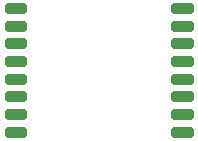
<source format=gtp>
G04 EAGLE Gerber RS-274X export*
G75*
%MOMM*%
%FSLAX34Y34*%
%LPD*%
%INTop Paste*%
%IPPOS*%
%AMOC8*
5,1,8,0,0,1.08239X$1,22.5*%
G01*
%ADD10C,0.648000*%


D10*
X41360Y198830D02*
X28840Y198830D01*
X28840Y201350D01*
X41360Y201350D01*
X41360Y198830D01*
X41360Y183830D02*
X28840Y183830D01*
X28840Y186350D01*
X41360Y186350D01*
X41360Y183830D01*
X41360Y168830D02*
X28840Y168830D01*
X28840Y171350D01*
X41360Y171350D01*
X41360Y168830D01*
X41360Y153830D02*
X28840Y153830D01*
X28840Y156350D01*
X41360Y156350D01*
X41360Y153830D01*
X41360Y138830D02*
X28840Y138830D01*
X28840Y141350D01*
X41360Y141350D01*
X41360Y138830D01*
X41360Y123830D02*
X28840Y123830D01*
X28840Y126350D01*
X41360Y126350D01*
X41360Y123830D01*
X41360Y108830D02*
X28840Y108830D01*
X28840Y111350D01*
X41360Y111350D01*
X41360Y108830D01*
X41360Y93830D02*
X28840Y93830D01*
X28840Y96350D01*
X41360Y96350D01*
X41360Y93830D01*
X169840Y93830D02*
X182360Y93830D01*
X169840Y93830D02*
X169840Y96350D01*
X182360Y96350D01*
X182360Y93830D01*
X182360Y108830D02*
X169840Y108830D01*
X169840Y111350D01*
X182360Y111350D01*
X182360Y108830D01*
X182360Y123830D02*
X169840Y123830D01*
X169840Y126350D01*
X182360Y126350D01*
X182360Y123830D01*
X182360Y138830D02*
X169840Y138830D01*
X169840Y141350D01*
X182360Y141350D01*
X182360Y138830D01*
X182360Y153830D02*
X169840Y153830D01*
X169840Y156350D01*
X182360Y156350D01*
X182360Y153830D01*
X182360Y168830D02*
X169840Y168830D01*
X169840Y171350D01*
X182360Y171350D01*
X182360Y168830D01*
X182360Y183830D02*
X169840Y183830D01*
X169840Y186350D01*
X182360Y186350D01*
X182360Y183830D01*
X182360Y198830D02*
X169840Y198830D01*
X169840Y201350D01*
X182360Y201350D01*
X182360Y198830D01*
M02*

</source>
